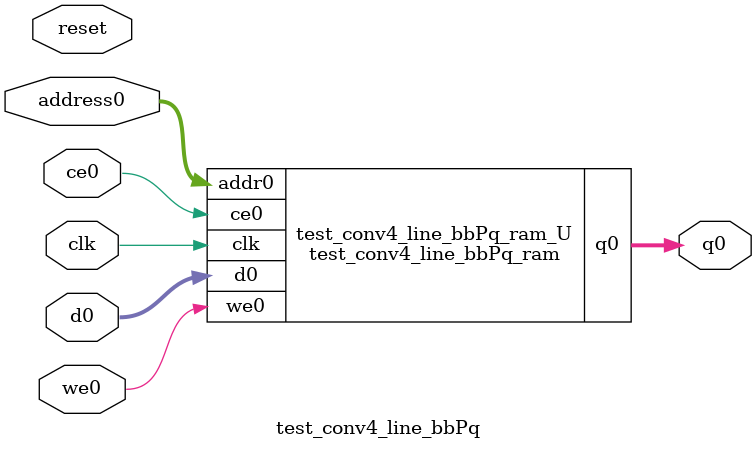
<source format=v>
`timescale 1 ns / 1 ps
module test_conv4_line_bbPq_ram (addr0, ce0, d0, we0, q0,  clk);

parameter DWIDTH = 4;
parameter AWIDTH = 6;
parameter MEM_SIZE = 42;

input[AWIDTH-1:0] addr0;
input ce0;
input[DWIDTH-1:0] d0;
input we0;
output reg[DWIDTH-1:0] q0;
input clk;

(* ram_style = "distributed" *)reg [DWIDTH-1:0] ram[0:MEM_SIZE-1];




always @(posedge clk)  
begin 
    if (ce0) begin
        if (we0) 
            ram[addr0] <= d0; 
        q0 <= ram[addr0];
    end
end


endmodule

`timescale 1 ns / 1 ps
module test_conv4_line_bbPq(
    reset,
    clk,
    address0,
    ce0,
    we0,
    d0,
    q0);

parameter DataWidth = 32'd4;
parameter AddressRange = 32'd42;
parameter AddressWidth = 32'd6;
input reset;
input clk;
input[AddressWidth - 1:0] address0;
input ce0;
input we0;
input[DataWidth - 1:0] d0;
output[DataWidth - 1:0] q0;



test_conv4_line_bbPq_ram test_conv4_line_bbPq_ram_U(
    .clk( clk ),
    .addr0( address0 ),
    .ce0( ce0 ),
    .we0( we0 ),
    .d0( d0 ),
    .q0( q0 ));

endmodule


</source>
